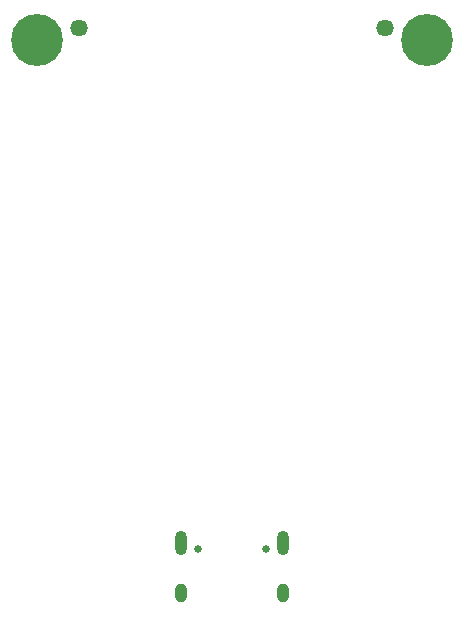
<source format=gbr>
%TF.GenerationSoftware,KiCad,Pcbnew,8.0.0*%
%TF.CreationDate,2024-05-19T21:12:01-04:00*%
%TF.ProjectId,nrf52-module-usb-carrier-hw,6e726635-322d-46d6-9f64-756c652d7573,rev?*%
%TF.SameCoordinates,PX5544200PY68a5100*%
%TF.FileFunction,Soldermask,Bot*%
%TF.FilePolarity,Negative*%
%FSLAX46Y46*%
G04 Gerber Fmt 4.6, Leading zero omitted, Abs format (unit mm)*
G04 Created by KiCad (PCBNEW 8.0.0) date 2024-05-19 21:12:01*
%MOMM*%
%LPD*%
G01*
G04 APERTURE LIST*
%ADD10C,0.650000*%
%ADD11O,1.000000X2.100000*%
%ADD12O,1.000000X1.600000*%
%ADD13C,4.400000*%
%ADD14C,1.457960*%
G04 APERTURE END LIST*
D10*
%TO.C,J1*%
X16160000Y5145000D03*
X21940000Y5145000D03*
D11*
X14730000Y5645000D03*
D12*
X14730000Y1465000D03*
D11*
X23370000Y5645000D03*
D12*
X23370000Y1465000D03*
%TD*%
D13*
%TO.C,H3*%
X2540000Y48260000D03*
%TD*%
D14*
%TO.C,H1*%
X6096000Y49276000D03*
%TD*%
%TO.C,H2*%
X32004000Y49276000D03*
%TD*%
D13*
%TO.C,H4*%
X35560000Y48260000D03*
%TD*%
M02*

</source>
